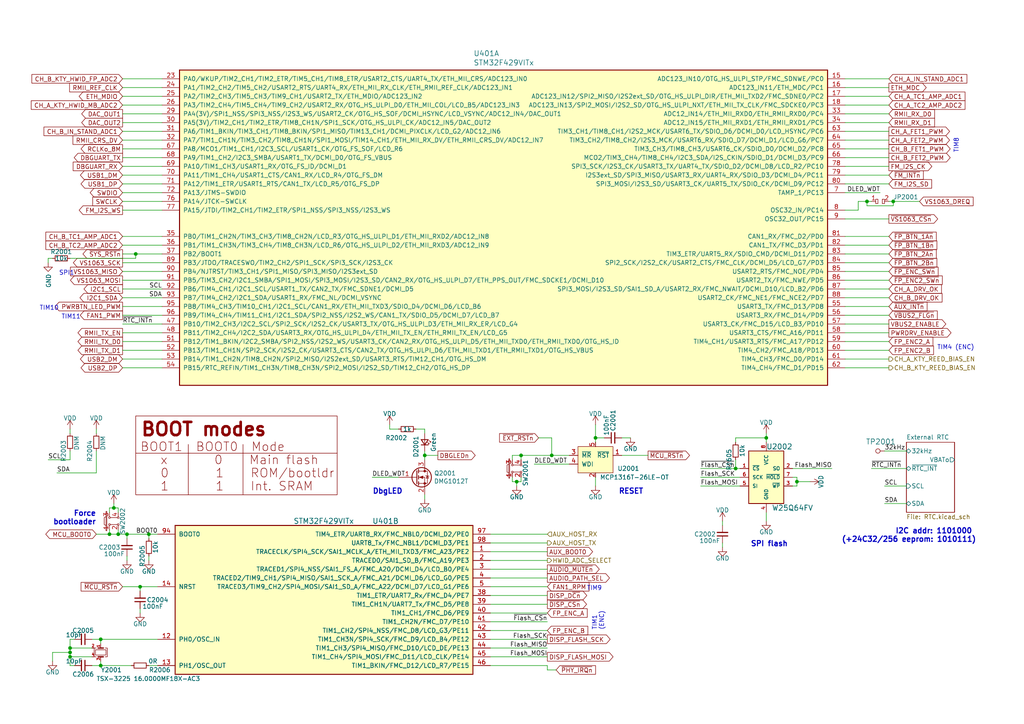
<source format=kicad_sch>
(kicad_sch (version 20211123) (generator eeschema)
  (paper "A4")
  (title_block (title "STM22F429 MCU pinout, clks, reset") (date "2020-04-26") (rev "R0.1") (company "SolderingStationGroup : Jonny Svärd / Mathias Johansson / Magnus Thulesius"))
  (junction (at 36.83 154.94))
  (junction (at 123.19 132.08))
  (junction (at 31.75 154.94))
  (junction (at 172.72 127))
  (junction (at 39.37 73.66))
  (junction (at 29.21 193.04))
  (junction (at 213.36 135.89))
  (junction (at 251.46 58.42))
  (junction (at 29.21 185.42))
  (junction (at 231.14 139.7))
  (junction (at 151.13 132.08))
  (junction (at 40.64 170.18))
  (junction (at 33.02 147.32))
  (junction (at 20.32 190.5))
  (junction (at 160.02 132.08))
  (junction (at 20.32 187.96))
  (junction (at 222.25 127))
  (junction (at 20.32 189.23))
  (junction (at 34.29 154.94))
  (junction (at 149.86 139.7))
  (junction (at 259.08 58.42))
  (junction (at 43.18 154.94))
  (wire (pts (xy 26.67 187.96) (xy 20.32 187.96)))
  (wire (pts (xy 35.56 99.06) (xy 46.99 99.06)))
  (wire (pts (xy 107.95 138.43) (xy 115.57 138.43)))
  (wire (pts (xy 213.36 133.35) (xy 213.36 135.89)))
  (wire (pts (xy 46.99 83.82) (xy 35.56 83.82)))
  (wire (pts (xy 21.59 193.04) (xy 20.32 193.04)))
  (wire (pts (xy 27.94 124.46) (xy 27.94 125.73)))
  (wire (pts (xy 43.18 156.21) (xy 43.18 154.94)))
  (wire (pts (xy 35.56 45.72) (xy 46.99 45.72)))
  (wire (pts (xy 222.25 128.27) (xy 222.25 127)))
  (wire (pts (xy 251.46 59.69) (xy 259.08 59.69)))
  (wire (pts (xy 29.21 186.69) (xy 29.21 185.42)))
  (wire (pts (xy 35.56 96.52) (xy 46.99 96.52)))
  (wire (pts (xy 231.14 138.43) (xy 229.87 138.43)))
  (wire (pts (xy 255.27 55.88) (xy 245.11 55.88)))
  (wire (pts (xy 214.63 140.97) (xy 203.2 140.97)))
  (wire (pts (xy 148.59 133.35) (xy 148.59 132.08)))
  (wire (pts (xy 46.99 81.28) (xy 35.56 81.28)))
  (wire (pts (xy 245.11 104.14) (xy 257.81 104.14)))
  (wire (pts (xy 245.11 45.72) (xy 257.81 45.72)))
  (wire (pts (xy 222.25 127) (xy 222.25 125.73)))
  (wire (pts (xy 245.11 96.52) (xy 257.81 96.52)))
  (wire (pts (xy 123.19 132.08) (xy 123.19 133.35)))
  (wire (pts (xy 180.34 132.08) (xy 187.96 132.08)))
  (wire (pts (xy 259.08 59.69) (xy 259.08 58.42)))
  (wire (pts (xy 248.92 60.96) (xy 248.92 58.42)))
  (wire (pts (xy 165.1 134.62) (xy 154.94 134.62)))
  (wire (pts (xy 35.56 50.8) (xy 46.99 50.8)))
  (wire (pts (xy 257.81 78.74) (xy 245.11 78.74)))
  (wire (pts (xy 262.89 130.81) (xy 256.54 130.81)))
  (wire (pts (xy 123.19 143.51) (xy 123.19 144.78)))
  (wire (pts (xy 148.59 139.7) (xy 149.86 139.7)))
  (wire (pts (xy 142.24 182.88) (xy 158.75 182.88)))
  (wire (pts (xy 27.94 154.94) (xy 31.75 154.94)))
  (wire (pts (xy 20.32 190.5) (xy 20.32 189.23)))
  (wire (pts (xy 241.3 135.89) (xy 229.87 135.89)))
  (wire (pts (xy 35.56 101.6) (xy 46.99 101.6)))
  (wire (pts (xy 257.81 63.5) (xy 245.11 63.5)))
  (wire (pts (xy 45.72 154.94) (xy 43.18 154.94)))
  (wire (pts (xy 31.75 148.59) (xy 31.75 147.32)))
  (wire (pts (xy 245.11 38.1) (xy 257.81 38.1)))
  (wire (pts (xy 16.51 137.16) (xy 27.94 137.16)))
  (wire (pts (xy 46.99 30.48) (xy 35.56 30.48)))
  (wire (pts (xy 31.75 154.94) (xy 34.29 154.94)))
  (wire (pts (xy 34.29 153.67) (xy 34.29 154.94)))
  (wire (pts (xy 245.11 25.4) (xy 257.81 25.4)))
  (wire (pts (xy 39.37 74.93) (xy 39.37 73.66)))
  (wire (pts (xy 142.24 170.18) (xy 158.75 170.18)))
  (wire (pts (xy 231.14 140.97) (xy 229.87 140.97)))
  (wire (pts (xy 46.99 27.94) (xy 35.56 27.94)))
  (wire (pts (xy 172.72 127) (xy 172.72 123.19)))
  (wire (pts (xy 175.26 127) (xy 172.72 127)))
  (wire (pts (xy 46.99 86.36) (xy 35.56 86.36)))
  (wire (pts (xy 245.11 88.9) (xy 257.81 88.9)))
  (wire (pts (xy 20.32 74.93) (xy 39.37 74.93)))
  (wire (pts (xy 245.11 40.64) (xy 257.81 40.64)))
  (wire (pts (xy 213.36 135.89) (xy 203.2 135.89)))
  (wire (pts (xy 257.81 68.58) (xy 245.11 68.58)))
  (wire (pts (xy 257.81 81.28) (xy 245.11 81.28)))
  (wire (pts (xy 180.34 127) (xy 182.88 127)))
  (wire (pts (xy 257.81 73.66) (xy 245.11 73.66)))
  (wire (pts (xy 29.21 191.77) (xy 29.21 193.04)))
  (wire (pts (xy 20.32 185.42) (xy 21.59 185.42)))
  (wire (pts (xy 158.75 157.48) (xy 142.24 157.48)))
  (wire (pts (xy 251.46 58.42) (xy 252.73 58.42)))
  (wire (pts (xy 213.36 128.27) (xy 213.36 127)))
  (wire (pts (xy 127 132.08) (xy 123.19 132.08)))
  (wire (pts (xy 142.24 177.8) (xy 158.75 177.8)))
  (wire (pts (xy 214.63 138.43) (xy 203.2 138.43)))
  (wire (pts (xy 209.55 158.75) (xy 209.55 157.48)))
  (wire (pts (xy 15.24 74.93) (xy 13.97 74.93)))
  (wire (pts (xy 46.99 22.86) (xy 35.56 22.86)))
  (wire (pts (xy 46.99 88.9) (xy 35.56 88.9)))
  (wire (pts (xy 257.81 33.02) (xy 245.11 33.02)))
  (wire (pts (xy 245.11 101.6) (xy 257.81 101.6)))
  (wire (pts (xy 26.67 193.04) (xy 29.21 193.04)))
  (wire (pts (xy 142.24 175.26) (xy 158.75 175.26)))
  (wire (pts (xy 20.32 124.46) (xy 20.32 125.73)))
  (wire (pts (xy 20.32 193.04) (xy 20.32 190.5)))
  (wire (pts (xy 142.24 165.1) (xy 158.75 165.1)))
  (wire (pts (xy 142.24 162.56) (xy 158.75 162.56)))
  (wire (pts (xy 262.89 135.89) (xy 252.73 135.89)))
  (wire (pts (xy 158.75 194.31) (xy 158.75 193.04)))
  (wire (pts (xy 245.11 50.8) (xy 257.81 50.8)))
  (wire (pts (xy 29.21 185.42) (xy 45.72 185.42)))
  (wire (pts (xy 151.13 132.08) (xy 151.13 133.35)))
  (wire (pts (xy 46.99 48.26) (xy 35.56 48.26)))
  (wire (pts (xy 245.11 106.68) (xy 257.81 106.68)))
  (wire (pts (xy 151.13 132.08) (xy 160.02 132.08)))
  (wire (pts (xy 248.92 58.42) (xy 251.46 58.42)))
  (wire (pts (xy 43.18 193.04) (xy 45.72 193.04)))
  (wire (pts (xy 43.18 154.94) (xy 36.83 154.94)))
  (wire (pts (xy 142.24 154.94) (xy 158.75 154.94)))
  (wire (pts (xy 160.02 127) (xy 160.02 132.08)))
  (wire (pts (xy 39.37 73.66) (xy 35.56 73.66)))
  (wire (pts (xy 262.89 140.97) (xy 256.54 140.97)))
  (wire (pts (xy 213.36 127) (xy 222.25 127)))
  (wire (pts (xy 257.81 35.56) (xy 245.11 35.56)))
  (wire (pts (xy 120.65 124.46) (xy 123.19 124.46)))
  (wire (pts (xy 148.59 138.43) (xy 148.59 139.7)))
  (wire (pts (xy 123.19 124.46) (xy 123.19 125.73)))
  (wire (pts (xy 15.24 189.23) (xy 20.32 189.23)))
  (wire (pts (xy 257.81 58.42) (xy 259.08 58.42)))
  (wire (pts (xy 33.02 147.32) (xy 34.29 147.32)))
  (wire (pts (xy 257.81 93.98) (xy 245.11 93.98)))
  (wire (pts (xy 46.99 68.58) (xy 35.56 68.58)))
  (wire (pts (xy 46.99 76.2) (xy 35.56 76.2)))
  (wire (pts (xy 257.81 91.44) (xy 245.11 91.44)))
  (wire (pts (xy 46.99 55.88) (xy 35.56 55.88)))
  (wire (pts (xy 40.64 177.8) (xy 40.64 176.53)))
  (wire (pts (xy 245.11 60.96) (xy 248.92 60.96)))
  (wire (pts (xy 46.99 91.44) (xy 35.56 91.44)))
  (wire (pts (xy 257.81 71.12) (xy 245.11 71.12)))
  (wire (pts (xy 26.67 190.5) (xy 20.32 190.5)))
  (wire (pts (xy 156.21 127) (xy 160.02 127)))
  (wire (pts (xy 231.14 139.7) (xy 234.95 139.7)))
  (wire (pts (xy 35.56 170.18) (xy 40.64 170.18)))
  (wire (pts (xy 245.11 27.94) (xy 257.81 27.94)))
  (wire (pts (xy 26.67 185.42) (xy 29.21 185.42)))
  (wire (pts (xy 257.81 76.2) (xy 245.11 76.2)))
  (wire (pts (xy 142.24 160.02) (xy 158.75 160.02)))
  (wire (pts (xy 20.32 187.96) (xy 20.32 189.23)))
  (wire (pts (xy 115.57 124.46) (xy 113.03 124.46)))
  (wire (pts (xy 46.99 73.66) (xy 39.37 73.66)))
  (wire (pts (xy 142.24 167.64) (xy 158.75 167.64)))
  (wire (pts (xy 46.99 43.18) (xy 35.56 43.18)))
  (wire (pts (xy 251.46 58.42) (xy 251.46 59.69)))
  (wire (pts (xy 231.14 139.7) (xy 231.14 140.97)))
  (wire (pts (xy 29.21 193.04) (xy 38.1 193.04)))
  (wire (pts (xy 15.24 191.77) (xy 15.24 189.23)))
  (wire (pts (xy 160.02 132.08) (xy 165.1 132.08)))
  (wire (pts (xy 142.24 187.96) (xy 158.75 187.96)))
  (wire (pts (xy 46.99 33.02) (xy 35.56 33.02)))
  (wire (pts (xy 259.08 58.42) (xy 266.7 58.42)))
  (wire (pts (xy 40.64 170.18) (xy 45.72 170.18)))
  (wire (pts (xy 113.03 124.46) (xy 113.03 123.19)))
  (wire (pts (xy 46.99 60.96) (xy 35.56 60.96)))
  (wire (pts (xy 245.11 48.26) (xy 257.81 48.26)))
  (wire (pts (xy 46.99 35.56) (xy 35.56 35.56)))
  (wire (pts (xy 20.32 133.35) (xy 20.32 130.81)))
  (wire (pts (xy 13.97 133.35) (xy 20.32 133.35)))
  (wire (pts (xy 46.99 106.68) (xy 35.56 106.68)))
  (wire (pts (xy 27.94 137.16) (xy 27.94 130.81)))
  (wire (pts (xy 46.99 58.42) (xy 35.56 58.42)))
  (wire (pts (xy 245.11 99.06) (xy 257.81 99.06)))
  (wire (pts (xy 257.81 83.82) (xy 245.11 83.82)))
  (wire (pts (xy 209.55 152.4) (xy 209.55 151.13)))
  (wire (pts (xy 151.13 139.7) (xy 151.13 138.43)))
  (wire (pts (xy 33.02 146.05) (xy 33.02 147.32)))
  (wire (pts (xy 31.75 147.32) (xy 33.02 147.32)))
  (wire (pts (xy 142.24 193.04) (xy 158.75 193.04)))
  (wire (pts (xy 20.32 185.42) (xy 20.32 187.96)))
  (wire (pts (xy 35.56 25.4) (xy 46.99 25.4)))
  (wire (pts (xy 13.97 74.93) (xy 13.97 76.2)))
  (wire (pts (xy 262.89 146.05) (xy 256.54 146.05)))
  (wire (pts (xy 245.11 43.18) (xy 257.81 43.18)))
  (wire (pts (xy 142.24 185.42) (xy 158.75 185.42)))
  (wire (pts (xy 149.86 140.97) (xy 149.86 139.7)))
  (wire (pts (xy 35.56 53.34) (xy 46.99 53.34)))
  (wire (pts (xy 172.72 138.43) (xy 172.72 140.97)))
  (wire (pts (xy 31.75 153.67) (xy 31.75 154.94)))
  (wire (pts (xy 245.11 53.34) (xy 257.81 53.34)))
  (wire (pts (xy 36.83 162.56) (xy 36.83 161.29)))
  (wire (pts (xy 257.81 86.36) (xy 245.11 86.36)))
  (wire (pts (xy 36.83 156.21) (xy 36.83 154.94)))
  (wire (pts (xy 214.63 135.89) (xy 213.36 135.89)))
  (wire (pts (xy 35.56 93.98) (xy 46.99 93.98)))
  (wire (pts (xy 46.99 71.12) (xy 35.56 71.12)))
  (wire (pts (xy 161.29 194.31) (xy 158.75 194.31)))
  (wire (pts (xy 222.25 151.13) (xy 222.25 148.59)))
  (wire (pts (xy 34.29 154.94) (xy 36.83 154.94)))
  (wire (pts (xy 172.72 128.27) (xy 172.72 127)))
  (wire (pts (xy 148.59 132.08) (xy 151.13 132.08)))
  (wire (pts (xy 35.56 104.14) (xy 46.99 104.14)))
  (wire (pts (xy 46.99 78.74) (xy 35.56 78.74)))
  (wire (pts (xy 142.24 190.5) (xy 158.75 190.5)))
  (wire (pts (xy 46.99 38.1) (xy 35.56 38.1)))
  (wire (pts (xy 142.24 172.72) (xy 158.75 172.72)))
  (wire (pts (xy 123.19 130.81) (xy 123.19 132.08)))
  (wire (pts (xy 43.18 162.56) (xy 43.18 161.29)))
  (wire (pts (xy 40.64 171.45) (xy 40.64 170.18)))
  (wire (pts (xy 245.11 30.48) (xy 257.81 30.48)))
  (wire (pts (xy 158.75 180.34) (xy 142.24 180.34)))
  (wire (pts (xy 231.14 138.43) (xy 231.14 139.7)))
  (wire (pts (xy 149.86 139.7) (xy 151.13 139.7)))
  (wire (pts (xy 34.29 147.32) (xy 34.29 148.59)))
  (wire (pts (xy 46.99 40.64) (xy 35.56 40.64)))
  (wire (pts (xy 245.11 22.86) (xy 257.81 22.86)))
  (text "TIM11" (at 17.78 92.71 0) (effects (font (size 1.27 1.27)) (justify left bottom)))
  (text "RESET" (at 186.69 143.51 180) (effects (font (size 1.524 1.524) (thickness 0.3048) bold) (justify right bottom)))
  (text "Force\nbootloader" (at 27.94 152.4 180) (effects (font (size 1.524 1.524) (thickness 0.3048) bold) (justify right bottom)))
  (text "SPI flash" (at 228.6 158.75 180) (effects (font (size 1.524 1.524) (thickness 0.3048) bold) (justify right bottom)))
  (text "TIM9" (at 170.18 171.45 0) (effects (font (size 1.27 1.27)) (justify left bottom)))
  (text "DbgLED" (at 116.84 143.51 180) (effects (font (size 1.524 1.524) (thickness 0.3048) bold) (justify right bottom)))
  (text "TIM10" (at 11.43 90.17 0) (effects (font (size 1.27 1.27)) (justify left bottom)))
  (text "SPI1" (at 21.59 80.01 180) (effects (font (size 1.27 1.27)) (justify right bottom)))
  (text "TIM1\n(ENC)" (at 175.26 182.88 90) (effects (font (size 1.27 1.27)) (justify left bottom)))
  (text "I2C addr: 1101000 \n(+24C32/256 eeprom: 1010111)" (at 283.21 157.48 180) (effects (font (size 1.524 1.524) (thickness 0.3048) bold) (justify right bottom)))
  (text "TIM4 (ENC)" (at 271.78 101.6 0) (effects (font (size 1.27 1.27)) (justify left bottom)))
  (text "TIM8" (at 278.13 44.45 90) (effects (font (size 1.27 1.27)) (justify left bottom)))
  (label "SCL" (at 256.54 140.97 0))
  (label "SCL" (at 46.99 83.82 180))
  (label "Flash_MOSI" (at 203.2 140.97 0))
  (label "Flash_MISO" (at 158.75 187.96 180))
  (label "DLED_WDT" (at 255.27 55.88 180))
  (label "32kHz" (at 256.54 130.81 0))
  (label "SDA" (at 16.51 137.16 0))
  (label "SCL" (at 13.97 133.35 0))
  (label "SDA" (at 46.99 86.36 180))
  (label "Flash_SCK" (at 203.2 138.43 0))
  (label "~{RTC_INTn}" (at 35.56 93.98 0))
  (label "~{Flash_CSn}" (at 158.75 180.34 180))
  (label "Flash_MISO" (at 241.3 135.89 180))
  (label "DLED_WDT" (at 107.95 138.43 0))
  (label "Flash_SCK" (at 158.75 185.42 180))
  (label "DLED_WDT" (at 154.94 134.62 0))
  (label "BOOT0" (at 45.72 154.94 180))
  (label "~{Flash_CSn}" (at 203.2 135.89 0))
  (label "SDA" (at 256.54 146.05 0))
  (label "Flash_MOSI" (at 158.75 190.5 180))
  (label "~{RTC_INTn}" (at 252.73 135.89 0))
  (global_label "RMII_RX_D1" (shape input) (at 257.81 35.56 0) (property "Intersheet References" "${INTERSHEET_REFS}" (effects hide)))
  (global_label "~{PHY_IRQn}" (shape input) (at 161.29 194.31 0) (property "Intersheet References" "${INTERSHEET_REFS}" (effects hide)))
  (global_label "FM_I2S_SD" (shape input) (at 257.81 53.34 0) (property "Intersheet References" "${INTERSHEET_REFS}" (effects hide)))
  (global_label "VS1063_MISO" (shape input) (at 35.56 78.74 180) (property "Intersheet References" "${INTERSHEET_REFS}" (effects hide)))
  (global_label "I2C1_SCL" (shape output) (at 35.56 83.82 180) (property "Intersheet References" "${INTERSHEET_REFS}" (effects hide)))
  (global_label "FP_ENC2_A" (shape input) (at 257.81 99.06 0) (property "Intersheet References" "${INTERSHEET_REFS}" (effects hide)))
  (global_label "VS1063_MOSI" (shape output) (at 35.56 81.28 180) (property "Intersheet References" "${INTERSHEET_REFS}" (effects hide)))
  (global_label "CH_B_FET2_PWM" (shape output) (at 257.81 45.72 0) (property "Intersheet References" "${INTERSHEET_REFS}" (effects hide)))
  (global_label "FP_ENC_B" (shape input) (at 158.75 182.88 0) (property "Intersheet References" "${INTERSHEET_REFS}" (effects hide)))
  (global_label "CH_A_KTY_HWID_MB_ADC2" (shape input) (at 35.56 30.48 180) (property "Intersheet References" "${INTERSHEET_REFS}" (effects hide)))
  (global_label "~{AUX_INTn}" (shape input) (at 257.81 88.9 0) (property "Intersheet References" "${INTERSHEET_REFS}" (effects hide)))
  (global_label "FM_I2S_CK" (shape output) (at 257.81 48.26 0) (property "Intersheet References" "${INTERSHEET_REFS}" (effects hide)))
  (global_label "~{FP_BTN_2Bn}" (shape input) (at 257.81 76.2 0) (property "Intersheet References" "${INTERSHEET_REFS}" (effects hide)))
  (global_label "FAN1_RPM" (shape input) (at 158.75 170.18 0) (property "Intersheet References" "${INTERSHEET_REFS}" (effects hide)))
  (global_label "~{FP_BTN_2An}" (shape input) (at 257.81 73.66 0) (property "Intersheet References" "${INTERSHEET_REFS}" (effects hide)))
  (global_label "CH_A_TC1_AMP_ADC1" (shape input) (at 257.81 27.94 0) (property "Intersheet References" "${INTERSHEET_REFS}" (effects hide)))
  (global_label "DBGUART_RX" (shape input) (at 35.56 48.26 180) (property "Intersheet References" "${INTERSHEET_REFS}" (effects hide)))
  (global_label "~{AUDIO_MUTEn}" (shape output) (at 158.75 165.1 0) (property "Intersheet References" "${INTERSHEET_REFS}" (effects hide)))
  (global_label "~{MCU_RSTn}" (shape output) (at 187.96 132.08 0) (property "Intersheet References" "${INTERSHEET_REFS}" (effects hide)))
  (global_label "CH_B_KTY_HWID_FP_ADC2" (shape input) (at 35.56 22.86 180) (property "Intersheet References" "${INTERSHEET_REFS}" (effects hide)))
  (global_label "~{VS1063_CSn}" (shape output) (at 257.81 63.5 0) (property "Intersheet References" "${INTERSHEET_REFS}" (effects hide)))
  (global_label "DBGUART_TX" (shape output) (at 35.56 45.72 180) (property "Intersheet References" "${INTERSHEET_REFS}" (effects hide)))
  (global_label "CH_B_TC2_AMP_ADC2" (shape input) (at 35.56 71.12 180) (property "Intersheet References" "${INTERSHEET_REFS}" (effects hide)))
  (global_label "RCLKo_8M" (shape output) (at 35.56 43.18 180) (property "Intersheet References" "${INTERSHEET_REFS}" (effects hide)))
  (global_label "I2C1_SDA" (shape bidirectional) (at 35.56 86.36 180) (property "Intersheet References" "${INTERSHEET_REFS}" (effects hide)))
  (global_label "AUDIO_PATH_SEL" (shape output) (at 158.75 167.64 0) (property "Intersheet References" "${INTERSHEET_REFS}" (effects hide)))
  (global_label "VS1063_DREQ" (shape input) (at 266.7 58.42 0) (property "Intersheet References" "${INTERSHEET_REFS}" (effects hide)))
  (global_label "CH_B_TC1_AMP_ADC1" (shape input) (at 35.56 68.58 180) (property "Intersheet References" "${INTERSHEET_REFS}" (effects hide)))
  (global_label "~{FP_BTN_1An}" (shape input) (at 257.81 68.58 0) (property "Intersheet References" "${INTERSHEET_REFS}" (effects hide)))
  (global_label "ETH_MDIO" (shape bidirectional) (at 35.56 27.94 180) (property "Intersheet References" "${INTERSHEET_REFS}" (effects hide)))
  (global_label "~{FP_ENC2_SWn}" (shape input) (at 257.81 81.28 0) (property "Intersheet References" "${INTERSHEET_REFS}" (effects hide)))
  (global_label "~{MCU_RSTn}" (shape input) (at 35.56 170.18 180) (property "Intersheet References" "${INTERSHEET_REFS}" (effects hide)))
  (global_label "RMII_TX_EN" (shape output) (at 35.56 96.52 180) (property "Intersheet References" "${INTERSHEET_REFS}" (effects hide)))
  (global_label "USB2_DM" (shape bidirectional) (at 35.56 104.14 180) (property "Intersheet References" "${INTERSHEET_REFS}" (effects hide)))
  (global_label "~{FP_ENC_SWn}" (shape input) (at 257.81 78.74 0) (property "Intersheet References" "${INTERSHEET_REFS}" (effects hide)))
  (global_label "VS1063_SCK" (shape output) (at 35.56 76.2 180) (property "Intersheet References" "${INTERSHEET_REFS}" (effects hide)))
  (global_label "~{VBUS2_FLGn}" (shape input) (at 257.81 91.44 0) (property "Intersheet References" "${INTERSHEET_REFS}" (effects hide)))
  (global_label "AUX_BOOT0" (shape output) (at 158.75 160.02 0) (property "Intersheet References" "${INTERSHEET_REFS}" (effects hide)))
  (global_label "USB2_DP" (shape bidirectional) (at 35.56 106.68 180) (property "Intersheet References" "${INTERSHEET_REFS}" (effects hide)))
  (global_label "FP_ENC_A" (shape input) (at 158.75 177.8 0) (property "Intersheet References" "${INTERSHEET_REFS}" (effects hide)))
  (global_label "USB1_DP" (shape bidirectional) (at 35.56 53.34 180) (property "Intersheet References" "${INTERSHEET_REFS}" (effects hide)))
  (global_label "DAC_OUT2" (shape output) (at 35.56 35.56 180) (property "Intersheet References" "${INTERSHEET_REFS}" (effects hide)))
  (global_label "DISP_D~{Cn}" (shape output) (at 158.75 172.72 0) (property "Intersheet References" "${INTERSHEET_REFS}" (effects hide)))
  (global_label "PWRDRV_ENABLE" (shape output) (at 257.81 96.52 0) (property "Intersheet References" "${INTERSHEET_REFS}" (effects hide)))
  (global_label "DBGLEDn" (shape output) (at 127 132.08 0) (property "Intersheet References" "${INTERSHEET_REFS}" (effects hide)))
  (global_label "USB1_DM" (shape bidirectional) (at 35.56 50.8 180) (property "Intersheet References" "${INTERSHEET_REFS}" (effects hide)))
  (global_label "RMII_TX_D1" (shape output) (at 35.56 101.6 180) (property "Intersheet References" "${INTERSHEET_REFS}" (effects hide)))
  (global_label "ETH_MDC" (shape output) (at 257.81 25.4 0) (property "Intersheet References" "${INTERSHEET_REFS}" (effects hide)))
  (global_label "CH_A_TC2_AMP_ADC2" (shape input) (at 257.81 30.48 0) (property "Intersheet References" "${INTERSHEET_REFS}" (effects hide)))
  (global_label "MCU_BOOT0" (shape bidirectional) (at 27.94 154.94 180) (property "Intersheet References" "${INTERSHEET_REFS}" (effects hide)))
  (global_label "RMII_TX_D0" (shape output) (at 35.56 99.06 180) (property "Intersheet References" "${INTERSHEET_REFS}" (effects hide)))
  (global_label "SWDIO" (shape bidirectional) (at 35.56 55.88 180) (property "Intersheet References" "${INTERSHEET_REFS}" (effects hide)))
  (global_label "FM_I2S_WS" (shape output) (at 35.56 60.96 180) (property "Intersheet References" "${INTERSHEET_REFS}" (effects hide)))
  (global_label "CH_B_DRV_OK" (shape input) (at 257.81 86.36 0) (property "Intersheet References" "${INTERSHEET_REFS}" (effects hide)))
  (global_label "CH_A_FET2_PWM" (shape output) (at 257.81 40.64 0) (property "Intersheet References" "${INTERSHEET_REFS}" (effects hide)))
  (global_label "~{SYS_RSTn}" (shape output) (at 35.56 73.66 180) (property "Intersheet References" "${INTERSHEET_REFS}" (effects hide)))
  (global_label "~{EXT_RSTn}" (shape input) (at 156.21 127 180) (property "Intersheet References" "${INTERSHEET_REFS}" (effects hide)))
  (global_label "FP_ENC2_B" (shape input) (at 257.81 101.6 0) (property "Intersheet References" "${INTERSHEET_REFS}" (effects hide)))
  (global_label "SWCLK" (shape input) (at 35.56 58.42 180) (property "Intersheet References" "${INTERSHEET_REFS}" (effects hide)))
  (global_label "DISP_FLASH_SCK" (shape output) (at 158.75 185.42 0) (property "Intersheet References" "${INTERSHEET_REFS}" (effects hide)))
  (global_label "~{FM_INTn}" (shape input) (at 257.81 50.8 0) (property "Intersheet References" "${INTERSHEET_REFS}" (effects hide)))
  (global_label "PWRBTN_LED_PWM" (shape output) (at 35.56 88.9 180) (property "Intersheet References" "${INTERSHEET_REFS}" (effects hide)))
  (global_label "VBUS2_ENABLE" (shape output) (at 257.81 93.98 0) (property "Intersheet References" "${INTERSHEET_REFS}" (effects hide)))
  (global_label "DAC_OUT1" (shape output) (at 35.56 33.02 180) (property "Intersheet References" "${INTERSHEET_REFS}" (effects hide)))
  (global_label "CH_A_FET1_PWM" (shape output) (at 257.81 38.1 0) (property "Intersheet References" "${INTERSHEET_REFS}" (effects hide)))
  (global_label "CH_B_IN_STAND_ADC1" (shape input) (at 35.56 38.1 180) (property "Intersheet References" "${INTERSHEET_REFS}" (effects hide)))
  (global_label "RMII_REF_CLK" (shape input) (at 35.56 25.4 180) (property "Intersheet References" "${INTERSHEET_REFS}" (effects hide)))
  (global_label "CH_B_FET1_PWM" (shape output) (at 257.81 43.18 0) (property "Intersheet References" "${INTERSHEET_REFS}" (effects hide)))
  (global_label "DISP_FLASH_MOSI" (shape output) (at 158.75 190.5 0) (property "Intersheet References" "${INTERSHEET_REFS}" (effects hide)))
  (global_label "~{DISP_CSn}" (shape output) (at 158.75 175.26 0) (property "Intersheet References" "${INTERSHEET_REFS}" (effects hide)))
  (global_label "RMII_RX_D0" (shape input) (at 257.81 33.02 0) (property "Intersheet References" "${INTERSHEET_REFS}" (effects hide)))
  (global_label "FAN1_PWM" (shape output) (at 35.56 91.44 180) (property "Intersheet References" "${INTERSHEET_REFS}" (effects hide)))
  (global_label "CH_A_DRV_OK" (shape input) (at 257.81 83.82 0) (property "Intersheet References" "${INTERSHEET_REFS}" (effects hide)))
  (global_label "CH_A_IN_STAND_ADC1" (shape input) (at 257.81 22.86 0) (property "Intersheet References" "${INTERSHEET_REFS}" (effects hide)))
  (global_label "RMII_CRS_DV" (shape input) (at 35.56 40.64 180) (property "Intersheet References" "${INTERSHEET_REFS}" (effects hide)))
  (global_label "~{FP_BTN_1Bn}" (shape input) (at 257.81 71.12 0) (property "Intersheet References" "${INTERSHEET_REFS}" (effects hide)))
  (hierarchical_label "AUX_HOST_RX" (shape input) (at 158.75 154.94 0))
  (hierarchical_label "AUX_HOST_TX" (shape output) (at 158.75 157.48 0))
  (hierarchical_label "CH_B_KTY_REED_BIAS_EN" (shape output) (at 257.81 106.68 0))
  (hierarchical_label "HWID_ADC_SELECT" (shape output) (at 158.75 162.56 0))
  (hierarchical_label "CH_A_KTY_REED_BIAS_EN" (shape output) (at 257.81 104.14 0))
  (symbol (lib_id "customlib_mj:STM32F429VITx") (at 146.05 63.5 0) (unit 1)
    (property "Reference" "U401" (at 137.3124 15.494 0) (effects (font (size 1.524 1.524)) (justify left)))
    (property "Value" "STM32F429VITx" (at 137.3124 18.1864 0) (effects (font (size 1.524 1.524)) (justify left)))
    (property "Footprint" "Package_QFP:LQFP-100_14x14mm_P0.5mm" (effects hide))
    (property "Datasheet" "https://www.st.com/resource/en/datasheet/stm32f429ng.pdf" (effects hide))
    (property "manf#" "STM32F429VITx" (effects hide))
    (property "Field5" "ARM Cortex-M4 MCU, 2048KB flash, 192KB RAM, 180MHz, 1.8-3.6V, 82 GPIO, LQFP-100 14x14mm. Ref. Man : RM0090" (effects hide))
    (property "JLC_part" "Extended" (effects hide))
    (property "LCSC" "C92002" (effects hide))
  )
  (symbol (lib_id "customlib_mj:STM32F429VITx") (at 93.98 195.58 0) (unit 2)
    (property "Reference" "U401" (at 107.95 151.13 0) (effects (font (size 1.524 1.524)) (justify left)))
    (property "Value" "STM32F429VITx" (at 85.09 151.13 0) (effects (font (size 1.524 1.524)) (justify left)))
    (property "Footprint" "Package_QFP:LQFP-100_14x14mm_P0.5mm" (effects hide))
    (property "Datasheet" "https://www.st.com/resource/en/datasheet/stm32f429ng.pdf" (effects hide))
    (property "manf#" "STM32F429VITx" (effects hide))
    (property "Field5" "ARM Cortex-M4 MCU, 2048KB flash, 192KB RAM, 180MHz, 1.8-3.6V, 82 GPIO, LQFP-100 14x14mm. Ref. Man : RM0090" (effects hide))
    (property "JLC_part" "Extended" (effects hide))
    (property "LCSC" "C92002" (effects hide))
  )
  (symbol (lib_id "power:GND") (at 13.97 76.2 0) (unit 1)
    (property "Reference" "#PWR02001" (effects hide))
    (property "Value" "GND" (at 14.097 81.4578 90))
  )
  (symbol (lib_id "Device:R_Small") (at 17.78 74.93 270) (unit 1)
    (property "Reference" "R2001" (at 17.78 73.025 90))
    (property "Value" "10k" (at 17.78 74.93 90))
    (property "Footprint" "Resistor_SMD:R_0402_1005Metric" (effects hide))
    (property "JLC_part" "Basic" (effects hide))
    (property "LCSC" "C25744" (effects hide))
  )
  (symbol (lib_id "Device:R_Small") (at 43.18 158.75 0) (mirror x) (unit 1)
    (property "Reference" "R2005" (at 41.275 158.115 90) (effects (justify left)))
    (property "Value" "10k" (at 45.085 156.845 90) (effects (justify left)))
    (property "Footprint" "Resistor_SMD:R_0402_1005Metric" (effects hide))
    (property "JLC_part" "Basic" (effects hide))
    (property "LCSC" "C25744" (effects hide))
  )
  (symbol (lib_id "Device:C_Small") (at 40.64 173.99 0) (mirror x) (unit 1)
    (property "Reference" "C2004" (at 42.545 173.99 0) (effects (justify left)))
    (property "Value" "100nF" (at 41.275 175.895 0) (effects (justify left)))
    (property "Footprint" "Capacitor_SMD:C_0402_1005Metric" (effects hide))
    (property "JLC_part" "Basic" (effects hide))
    (property "LCSC" "C1525" (effects hide))
  )
  (symbol (lib_id "power:VDD") (at 33.02 146.05 0) (unit 1)
    (property "Reference" "#PWR02012" (effects hide))
    (property "Value" "VDD" (at 33.02 142.875 0))
  )
  (symbol (lib_id "Device:R_Small") (at 40.64 193.04 90) (unit 1)
    (property "Reference" "R2006" (at 43.18 194.31 90) (effects (justify right)))
    (property "Value" "0R" (at 45.72 191.77 90) (effects (justify left)))
    (property "Footprint" "Resistor_SMD:R_0402_1005Metric" (effects hide))
    (property "JLC_part" "Basic" (effects hide))
    (property "LCSC" "C17168" (effects hide))
  )
  (symbol (lib_id "Device:C_Small") (at 24.13 185.42 270) (unit 1)
    (property "Reference" "C2005" (at 24.13 182.88 90))
    (property "Value" "10pF" (at 19.05 184.15 90) (effects (justify left)))
    (property "Footprint" "Capacitor_SMD:C_0402_1005Metric" (effects hide))
    (property "JLC_part" "Basic" (effects hide))
    (property "LCSC" "C32949" (effects hide))
  )
  (symbol (lib_id "Device:C_Small") (at 24.13 193.04 270) (unit 1)
    (property "Reference" "C2006" (at 24.13 195.58 90))
    (property "Value" "10pF" (at 19.05 191.77 90) (effects (justify left)))
    (property "Footprint" "Capacitor_SMD:C_0402_1005Metric" (effects hide))
    (property "JLC_part" "Basic" (effects hide))
    (property "LCSC" "C32949" (effects hide))
  )
  (symbol (lib_id "power:GND") (at 15.24 191.77 0) (unit 1)
    (property "Reference" "#PWR02019" (effects hide))
    (property "Value" "GND" (at 15.24 194.945 0))
  )
  (symbol (lib_id "customlib_mj:STM32_bootmodes") (at 67.31 135.89 0) (unit 1)
    (property "Reference" "#TXT02001" (effects hide))
    (property "Value" "STM32_bootmodes" (effects hide))
  )
  (symbol (lib_id "customlib_mj:Pushbutton_SMD_TS-1102W-4316") (at 148.59 135.89 90) (unit 1)
    (property "Reference" "SW2001" (at 152.4 137.16 0))
    (property "Value" "Pushbutton_SMD_TS-1102W-4316" (effects hide))
    (property "Footprint" "customlib_mj_fp:SMD_PUSHBTN_6x6mm" (effects hide))
    (property "Datasheet" "https://lcsc.com/product-detail/Tactile-Switches_SOFNG-TS-1102W-4316_C111373.html" (effects hide))
  )
  (symbol (lib_id "power:GND") (at 149.86 140.97 0) (unit 1)
    (property "Reference" "#PWR02009" (effects hide))
    (property "Value" "GND" (at 149.86 144.145 0))
  )
  (symbol (lib_id "power:GND") (at 40.64 177.8 0) (unit 1)
    (property "Reference" "#PWR02018" (effects hide))
    (property "Value" "GND" (at 40.64 180.975 0))
  )
  (symbol (lib_id "customlib_mj:Pushbutton_SMD_TS-1102W-4316") (at 31.75 151.13 90) (unit 1)
    (property "Reference" "SW2002" (at 35.56 151.13 0))
    (property "Value" "Pushbutton_SMD_TS-1102W-4316" (effects hide))
    (property "Footprint" "customlib_mj_fp:SMD_PUSHBTN_6x6mm" (effects hide))
    (property "Datasheet" "https://lcsc.com/product-detail/Tactile-Switches_SOFNG-TS-1102W-4316_C111373.html" (effects hide))
  )
  (symbol (lib_id "Device:C_Small") (at 36.83 158.75 180) (unit 1)
    (property "Reference" "C2003" (at 34.925 158.75 0) (effects (justify left)))
    (property "Value" "100nF" (at 36.195 160.655 0) (effects (justify left)))
    (property "Footprint" "Capacitor_SMD:C_0402_1005Metric" (effects hide))
    (property "JLC_part" "Basic" (effects hide))
    (property "LCSC" "C1525" (effects hide))
  )
  (symbol (lib_id "power:GND") (at 43.18 162.56 0) (unit 1)
    (property "Reference" "#PWR02017" (effects hide))
    (property "Value" "GND" (at 43.18 165.735 0))
  )
  (symbol (lib_id "power:GND") (at 36.83 162.56 0) (unit 1)
    (property "Reference" "#PWR02016" (effects hide))
    (property "Value" "GND" (at 36.83 165.735 0))
  )
  (symbol (lib_id "customlib_mj:W25Q64FV") (at 222.25 138.43 0) (unit 1)
    (property "Reference" "U2002" (at 226.06 129.54 0) (effects (font (size 1.524 1.524))))
    (property "Value" "W25Q64FV" (at 229.87 147.32 0) (effects (font (size 1.524 1.524))))
    (property "Footprint" "Package_SO:SOIC-8_5.275x5.275mm_P1.27mm" (effects hide))
    (property "Datasheet" "https://www.pjrc.com/store/w25q64fv.pdf" (effects hide))
    (property "JLC_part" "Basic" (effects hide))
    (property "LCSC" "C97521" (effects hide))
  )
  (symbol (lib_id "customlib_mj:Crystal_TSX3225_16MF18X-AC3") (at 29.21 189.23 270) (unit 1)
    (property "Reference" "Y2001" (at 29.21 194.31 90) (effects (justify left)))
    (property "Value" "TSX-3225 16.0000MF18X-AC3" (at 27.94 196.85 90) (effects (justify left)))
    (property "Footprint" "Crystal:Crystal_SMD_SeikoEpson_TSX3225-4Pin_3.2x2.5mm" (effects hide))
    (property "Datasheet" "https://support.epson.biz/td/api/doc_check.php?dl=brief_TSX-3225&lang=en" (effects hide))
    (property "JLC_part" "Basic" (effects hide))
    (property "LCSC" "C13738" (effects hide))
  )
  (symbol (lib_id "power:VDD") (at 222.25 125.73 0) (unit 1)
    (property "Reference" "#PWR02006" (effects hide))
    (property "Value" "VDD" (at 222.25 122.555 0))
  )
  (symbol (lib_id "power:GND") (at 222.25 151.13 0) (unit 1)
    (property "Reference" "#PWR02014" (effects hide))
    (property "Value" "GND" (at 222.25 154.305 0))
  )
  (symbol (lib_id "power:VDD") (at 234.95 139.7 270) (unit 1)
    (property "Reference" "#PWR02008" (effects hide))
    (property "Value" "VDD" (at 238.125 139.7 0))
  )
  (symbol (lib_id "customlib_mj:MCP1316") (at 172.72 133.35 0) (unit 1)
    (property "Reference" "U2001" (at 179.07 135.89 0) (effects (justify left)))
    (property "Value" "MCP1316T-26LE-OT" (at 173.99 138.43 0) (effects (justify left)))
    (property "Footprint" "Package_TO_SOT_SMD:SOT-23-5_HandSoldering" (effects hide))
    (property "Datasheet" "https://www.microchip.com/wwwproducts/en/MCP1316" (effects hide))
  )
  (symbol (lib_id "power:GND") (at 172.72 140.97 0) (unit 1)
    (property "Reference" "#PWR02010" (effects hide))
    (property "Value" "GND" (at 172.72 144.145 0))
  )
  (symbol (lib_id "power:VDD") (at 172.72 123.19 0) (unit 1)
    (property "Reference" "#PWR02003" (effects hide))
    (property "Value" "VDD" (at 172.72 120.015 0))
  )
  (symbol (lib_id "Device:C_Small") (at 177.8 127 90) (unit 1)
    (property "Reference" "C2001" (at 177.8 125.095 0) (effects (justify left)))
    (property "Value" "100nF" (at 175.895 126.365 0) (effects (justify left)))
    (property "Footprint" "Capacitor_SMD:C_0402_1005Metric" (effects hide))
    (property "JLC_part" "Basic" (effects hide))
    (property "LCSC" "C1525" (effects hide))
  )
  (symbol (lib_id "power:GND") (at 182.88 127 0) (unit 1)
    (property "Reference" "#PWR02007" (effects hide))
    (property "Value" "GND" (at 182.88 130.175 0))
  )
  (symbol (lib_id "Device:C_Small") (at 209.55 154.94 180) (unit 1)
    (property "Reference" "C2002" (at 207.645 154.94 0) (effects (justify left)))
    (property "Value" "100nF" (at 208.915 156.845 0) (effects (justify left)))
    (property "Footprint" "Capacitor_SMD:C_0402_1005Metric" (effects hide))
    (property "JLC_part" "Basic" (effects hide))
    (property "LCSC" "C1525" (effects hide))
  )
  (symbol (lib_id "power:VDD") (at 209.55 151.13 0) (unit 1)
    (property "Reference" "#PWR02013" (effects hide))
    (property "Value" "VDD" (at 209.55 147.955 0))
  )
  (symbol (lib_id "power:GND") (at 209.55 158.75 0) (unit 1)
    (property "Reference" "#PWR02015" (effects hide))
    (property "Value" "GND" (at 209.55 161.925 0))
  )
  (symbol (lib_id "Device:R_Small") (at 118.11 124.46 270) (unit 1)
    (property "Reference" "R2002" (at 118.11 127 90) (effects (justify right)))
    (property "Value" "1k" (at 118.11 124.46 90))
    (property "Footprint" "Resistor_SMD:R_0402_1005Metric" (effects hide))
    (property "JLC_part" "Basic" (effects hide))
    (property "LCSC" "C11702" (effects hide))
  )
  (symbol (lib_id "Device:LED_Small") (at 123.19 128.27 270) (mirror x) (unit 1)
    (property "Reference" "D2001" (at 120.65 129.54 0))
    (property "Value" "Green" (at 125.73 128.27 0))
    (property "Footprint" "LED_SMD:LED_0603_1608Metric" (effects hide))
    (property "JLC_part" "Basic" (effects hide))
    (property "LCSC" "C72043" (effects hide))
  )
  (symbol (lib_id "customlib_mj:DMG1012T") (at 120.65 138.43 0) (unit 1)
    (property "Reference" "Q2001" (at 125.8824 137.2616 0) (effects (justify left)))
    (property "Value" "DMG1012T" (at 130.8608 139.573 0))
    (property "Footprint" "customlib_mj_fp:SOT-523_handsoldering" (effects hide))
    (property "Datasheet" "https://www.diodes.com/assets/Datasheets/ds31783.pdf" (effects hide))
    (property "JLC_part" "Extended" (effects hide))
    (property "LCSC" "C143044" (effects hide))
  )
  (symbol (lib_id "power:GND") (at 123.19 144.78 0) (unit 1)
    (property "Reference" "#PWR02011" (effects hide))
    (property "Value" "GND" (at 123.19 147.955 0))
  )
  (symbol (lib_id "power:VDD") (at 113.03 123.19 0) (unit 1)
    (property "Reference" "#PWR02002" (effects hide))
    (property "Value" "VDD" (at 113.03 120.015 0))
  )
  (symbol (lib_id "customlib_mj:dogbone_2_ud") (at 255.27 58.42 0) (unit 1)
    (property "Reference" "JP2001" (at 259.08 57.15 0) (effects (justify left)))
    (property "Value" "dogbone_2_ud" (effects hide))
    (property "Footprint" "customlib_mj_fp:db2_ud_0402" (effects hide))
  )
  (symbol (lib_id "power:VDD") (at 20.32 124.46 0) (unit 1)
    (property "Reference" "#PWR02004" (effects hide))
    (property "Value" "VDD" (at 20.32 121.285 0))
  )
  (symbol (lib_id "power:VDD") (at 27.94 124.46 0) (unit 1)
    (property "Reference" "#PWR02005" (effects hide))
    (property "Value" "VDD" (at 27.94 121.285 0))
  )
  (symbol (lib_id "Device:R_Small") (at 20.32 128.27 0) (mirror x) (unit 1)
    (property "Reference" "R2003" (at 18.415 127.635 90) (effects (justify left)))
    (property "Value" "DNM" (at 22.225 126.365 90) (effects (justify left)))
    (property "Footprint" "Resistor_SMD:R_0402_1005Metric" (effects hide))
  )
  (symbol (lib_id "Device:R_Small") (at 27.94 128.27 0) (mirror x) (unit 1)
    (property "Reference" "R2004" (at 26.035 127.635 90) (effects (justify left)))
    (property "Value" "DNM" (at 29.845 126.365 90) (effects (justify left)))
    (property "Footprint" "Resistor_SMD:R_0402_1005Metric" (effects hide))
  )
  (symbol (lib_id "customlib_mj:TP") (at 254 130.81 180) (unit 1)
    (property "Reference" "TP2001" (at 255.4732 128.1176 0) (effects (font (size 1.524 1.524))))
    (property "Value" "TP" (effects hide))
    (property "Footprint" "customlib_mj_fp:TP_SMD_1.2c" (effects hide))
  )
  (symbol (lib_id "Device:R_Small") (at 213.36 130.81 0) (mirror x) (unit 1)
    (property "Reference" "R1605" (at 211.455 130.175 90) (effects (justify left)))
    (property "Value" "10k" (at 215.265 128.905 90) (effects (justify left)))
    (property "Footprint" "Resistor_SMD:R_0402_1005Metric" (effects hide))
    (property "JLC_part" "Basic" (effects hide))
    (property "LCSC" "C25744" (effects hide))
  )
  (sheet (at 262.89 128.27) (size 13.97 20.32)
    (property "Sheet name" "External RTC" (at 262.89 127.5584 0) (effects (justify left bottom)))
    (property "Sheet file" "RTC.kicad_sch" (at 262.89 149.1746 0) (effects (justify left top)))
    (pin "SCL" input (at 262.89 140.97 180))
    (pin "SDA" bidirectional (at 262.89 146.05 180))
    (pin "~{RTC_INT}" tri_state (at 262.89 135.89 180))
    (pin "32kHz" tri_state (at 262.89 130.81 180))
    (pin "VBATo" output (at 276.86 133.35 0))
  )
)
</source>
